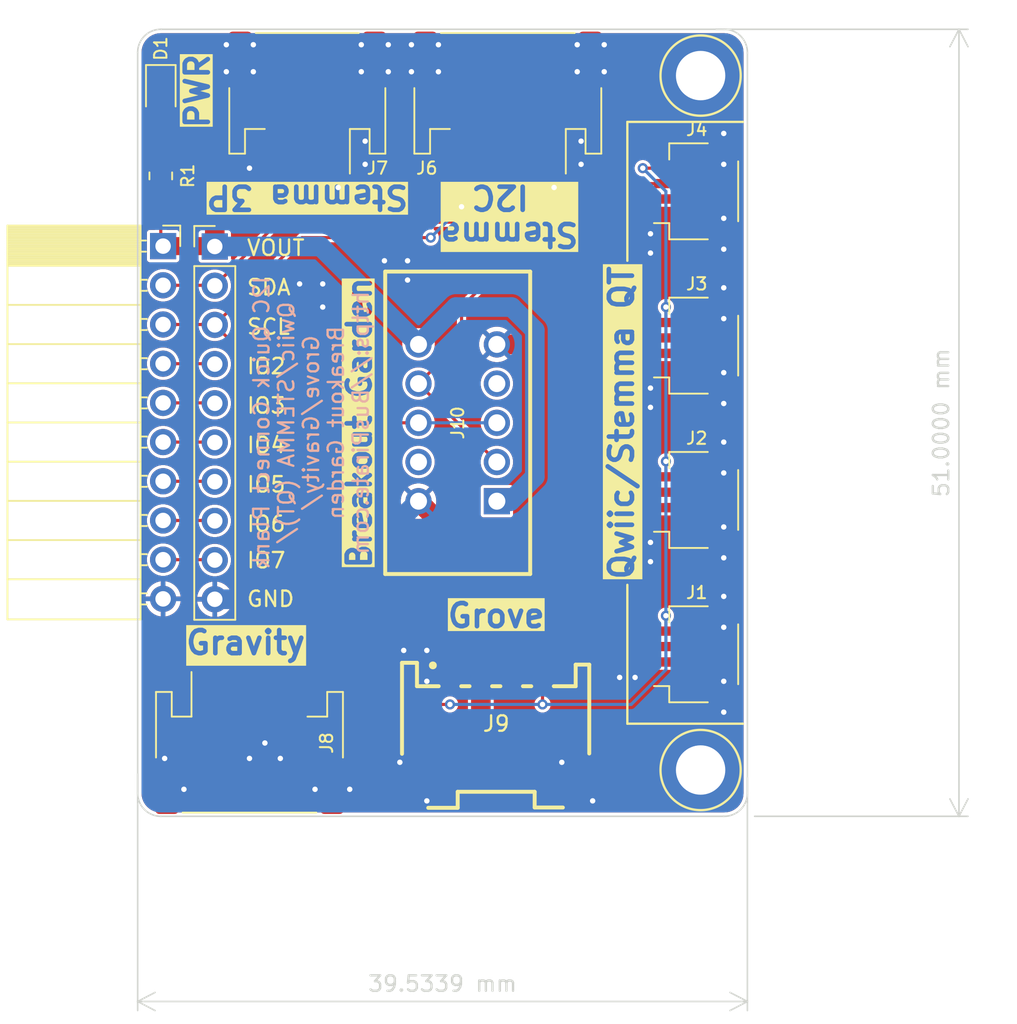
<source format=kicad_pcb>
(kicad_pcb (version 20241229) (generator "pcbnew") (generator_version "9.0")
  (layers (0 "F.Cu" signal) (2 "B.Cu" signal) (13 "F.Paste" user) (15 "B.Paste" user) (5 "F.SilkS" user "F.Silkscreen") (7 "B.SilkS" user "B.Silkscreen") (1 "F.Mask" user) (3 "B.Mask" user) (25 "Edge.Cuts" user))
  (net 0 "")
  (net 1 "IO4")
  (net 2 "IO2")
  (net 3 "IO5")
  (net 4 "SDA")
  (net 5 "SCL")
  (net 6 "IO7")
  (net 7 "IO3")
  (net 8 "IO6")
  (net 9 "GND")
  (net 10 "VOUT")
  (net 11 "Net-(D1-A)")
  (footprint "footprints:CONN-SMD_HY2.0-4P" (layer "F.Cu") (at 123 117)
    (property "Reference" "J9" (at 0 0 0) (layer "F.SilkS"))
    (property "Value" "CS-1125R-04A1.7mm" (hide yes))
    (fp_line (start -6.11 -3.949) (end -5.14 -3.949) (stroke (width 0.254)) (layer "F.SilkS"))
    (fp_line (start -6.11 1.95) (end -6.11 -3.95) (stroke (width 0.254)) (layer "F.SilkS"))
    (fp_line (start -5.14 -3.949) (end -5.14 -2.43) (stroke (width 0.254)) (layer "F.SilkS"))
    (fp_line (start -5.14 -2.43) (end -3.731 -2.43) (stroke (width 0.254)) (layer "F.SilkS"))
    (fp_line (start -4.41 5.45) (end -2.5 5.45) (stroke (width 0.254)) (layer "F.SilkS"))
    (fp_line (start -2.5 4.41) (end 2.49 4.41) (stroke (width 0.254)) (layer "F.SilkS"))
    (fp_line (start -2.5 5.45) (end -2.5 4.41) (stroke (width 0.254)) (layer "F.SilkS"))
    (fp_line (start -2.269 -2.43) (end -1.731 -2.43) (stroke (width 0.254)) (layer "F.SilkS"))
    (fp_line (start -0.269 -2.43) (end 0.269 -2.43) (stroke (width 0.254)) (layer "F.SilkS"))
    (fp_line (start 1.731 -2.43) (end 2.269 -2.43) (stroke (width 0.254)) (layer "F.SilkS"))
    (fp_line (start 2.49 4.41) (end 2.49 5.43) (stroke (width 0.254)) (layer "F.SilkS"))
    (fp_line (start 2.49 5.43) (end 4.319 5.43) (stroke (width 0.254)) (layer "F.SilkS"))
    (fp_line (start 3.731 -2.43) (end 5.15 -2.43) (stroke (width 0.254)) (layer "F.SilkS"))
    (fp_line (start 5.15 -3.83) (end 6.03 -3.83) (stroke (width 0.254)) (layer "F.SilkS"))
    (fp_line (start 5.15 -2.43) (end 5.15 -3.83) (stroke (width 0.254)) (layer "F.SilkS"))
    (fp_line (start 6.03 -3.83) (end 6.03 1.93) (stroke (width 0.254)) (layer "F.SilkS"))
    (fp_circle (center -4.11 -3.78) (end -3.983 -3.78) (stroke (width 0.254)) (fill no) (layer "F.SilkS"))
    (pad "1" smd rect (at -3 -3.9 180) (size 1 3.4) (layers "F.Cu" "F.Mask" "F.Paste") (net 9 "GND"))
    (pad "2" smd rect (at -1 -3.9 180) (size 1 3.4) (layers "F.Cu" "F.Mask" "F.Paste") (net 10 "VOUT"))
    (pad "3" smd rect (at 1 -3.9 180) (size 1 3.4) (layers "F.Cu" "F.Mask" "F.Paste") (net 4 "SDA"))
    (pad "4" smd rect (at 3 -3.9 180) (size 1 3.4) (layers "F.Cu" "F.Mask" "F.Paste") (net 5 "SCL"))
    (pad "MP" smd rect (at -5.3 3.9 180) (size 1.5 3.6) (layers "F.Cu" "F.Mask" "F.Paste") (net 9 "GND"))
    (pad "MP" smd rect (at 5.3 3.9 180) (size 1.5 3.6) (layers "F.Cu" "F.Mask" "F.Paste") (net 9 "GND"))
  )
  (footprint "footprints:JST_PH_S4B-PH-SM4-TB_1x04-1MP_P2.00mm_Horizontal" (layer "F.Cu") (at 107 118.25)
    (property "Reference" "J8" (at 5 0 270) (layer "F.SilkS") (effects (font (size 0.8 0.8) (thickness 0.13))))
    (property "Value" "S4B-PH-SM4-TB")
    (fp_line (start -6.06 -3.31) (end -5.04 -3.31) (stroke (width 0.12)) (layer "F.SilkS"))
    (fp_line (start -6.06 0.94) (end -6.06 -3.31) (stroke (width 0.12)) (layer "F.SilkS"))
    (fp_line (start -5.04 -3.31) (end -5.04 -1.71) (stroke (width 0.12)) (layer "F.SilkS"))
    (fp_line (start -5.04 -1.71) (end -3.76 -1.71) (stroke (width 0.12)) (layer "F.SilkS"))
    (fp_line (start -4.34 4.51) (end 4.34 4.51) (stroke (width 0.12)) (layer "F.SilkS"))
    (fp_line (start -3.76 -1.71) (end -3.76 -4.6) (stroke (width 0.12)) (layer "F.SilkS"))
    (fp_line (start 5.04 -3.31) (end 5.04 -1.71) (stroke (width 0.12)) (layer "F.SilkS"))
    (fp_line (start 5.04 -1.71) (end 3.76 -1.71) (stroke (width 0.12)) (layer "F.SilkS"))
    (fp_line (start 6.06 -3.31) (end 5.04 -3.31) (stroke (width 0.12)) (layer "F.SilkS"))
    (fp_line (start 6.06 0.94) (end 6.06 -3.31) (stroke (width 0.12)) (layer "F.SilkS"))
    (pad "1" smd roundrect (at -3 -2.85) (size 1 3.5) (layers "F.Cu" "F.Mask" "F.Paste") (net 4 "SDA"))
    (pad "2" smd roundrect (at -1 -2.85) (size 1 3.5) (layers "F.Cu" "F.Mask" "F.Paste") (net 5 "SCL"))
    (pad "3" smd roundrect (at 1 -2.85) (size 1 3.5) (layers "F.Cu" "F.Mask" "F.Paste") (net 9 "GND"))
    (pad "4" smd roundrect (at 3 -2.85) (size 1 3.5) (layers "F.Cu" "F.Mask" "F.Paste") (net 10 "VOUT"))
    (pad "MP" smd roundrect (at -5.35 2.9) (size 1.5 3.4) (layers "F.Cu" "F.Mask" "F.Paste") (roundrect_rratio 0.166667) (net 9 "GND"))
    (pad "MP" smd roundrect (at 5.35 2.9) (size 1.5 3.4) (layers "F.Cu" "F.Mask" "F.Paste") (roundrect_rratio 0.166667) (net 9 "GND"))
  )
  (footprint "footprints:JST_SH_SM04B-SRSS-TB_1x04-1MP_P1.00mm_Horizontal" (layer "F.Cu") (at 136 102.5 90)
    (property "Reference" "J2" (at 4 0 180) (layer "F.SilkS") (effects (font (size 0.8 0.8) (thickness 0.13))))
    (property "Value" "SM04B-SRSS-TB")
    (fp_line (start 3.11 -1.785) (end 2.06 -1.785) (stroke (width 0.12)) (layer "F.SilkS"))
    (fp_line (start -2.06 -1.785) (end -2.06 -2.775) (stroke (width 0.12)) (layer "F.SilkS"))
    (fp_line (start -3.11 -1.785) (end -2.06 -1.785) (stroke (width 0.12)) (layer "F.SilkS"))
    (fp_line (start 3.11 0.715) (end 3.11 -1.785) (stroke (width 0.12)) (layer "F.SilkS"))
    (fp_line (start -3.11 0.715) (end -3.11 -1.785) (stroke (width 0.12)) (layer "F.SilkS"))
    (fp_line (start -1.94 2.685) (end 1.94 2.685) (stroke (width 0.12)) (layer "F.SilkS"))
    (pad "1" smd roundrect (at -1.5 -2 90) (size 0.6 1.55) (layers "F.Cu" "F.Mask" "F.Paste") (net 9 "GND"))
    (pad "2" smd roundrect (at -0.5 -2 90) (size 0.6 1.55) (layers "F.Cu" "F.Mask" "F.Paste") (net 10 "VOUT"))
    (pad "3" smd roundrect (at 0.5 -2 90) (size 0.6 1.55) (layers "F.Cu" "F.Mask" "F.Paste") (net 4 "SDA"))
    (pad "4" smd roundrect (at 1.5 -2 90) (size 0.6 1.55) (layers "F.Cu" "F.Mask" "F.Paste") (net 5 "SCL"))
    (pad "MP" smd roundrect (at -2.8 1.875 90) (size 1.2 1.8) (layers "F.Cu" "F.Mask" "F.Paste") (roundrect_rratio 0.208333) (net 9 "GND"))
    (pad "MP" smd roundrect (at 2.8 1.875 90) (size 1.2 1.8) (layers "F.Cu" "F.Mask" "F.Paste") (roundrect_rratio 0.208333) (net 9 "GND"))
  )
  (footprint "footprints:JST_SH_SM04B-SRSS-TB_1x04-1MP_P1.00mm_Horizontal" (layer "F.Cu") (at 136 92.5 90)
    (property "Reference" "J3" (at 4 0 180) (layer "F.SilkS") (effects (font (size 0.8 0.8) (thickness 0.13))))
    (property "Value" "SM04B-SRSS-TB")
    (fp_line (start 3.11 -1.785) (end 2.06 -1.785) (stroke (width 0.12)) (layer "F.SilkS"))
    (fp_line (start -2.06 -1.785) (end -2.06 -2.775) (stroke (width 0.12)) (layer "F.SilkS"))
    (fp_line (start -3.11 -1.785) (end -2.06 -1.785) (stroke (width 0.12)) (layer "F.SilkS"))
    (fp_line (start 3.11 0.715) (end 3.11 -1.785) (stroke (width 0.12)) (layer "F.SilkS"))
    (fp_line (start -3.11 0.715) (end -3.11 -1.785) (stroke (width 0.12)) (layer "F.SilkS"))
    (fp_line (start -1.94 2.685) (end 1.94 2.685) (stroke (width 0.12)) (layer "F.SilkS"))
    (pad "1" smd roundrect (at -1.5 -2 90) (size 0.6 1.55) (layers "F.Cu" "F.Mask" "F.Paste") (net 9 "GND"))
    (pad "2" smd roundrect (at -0.5 -2 90) (size 0.6 1.55) (layers "F.Cu" "F.Mask" "F.Paste") (net 10 "VOUT"))
    (pad "3" smd roundrect (at 0.5 -2 90) (size 0.6 1.55) (layers "F.Cu" "F.Mask" "F.Paste") (net 4 "SDA"))
    (pad "4" smd roundrect (at 1.5 -2 90) (size 0.6 1.55) (layers "F.Cu" "F.Mask" "F.Paste") (net 5 "SCL"))
    (pad "MP" smd roundrect (at -2.8 1.875 90) (size 1.2 1.8) (layers "F.Cu" "F.Mask" "F.Paste") (roundrect_rratio 0.208333) (net 9 "GND"))
    (pad "MP" smd roundrect (at 2.8 1.875 90) (size 1.2 1.8) (layers "F.Cu" "F.Mask" "F.Paste") (roundrect_rratio 0.208333) (net 9 "GND"))
  )
  (footprint "Connector_PinHeader_2.54mm:PinHeader_1x10_P2.54mm_Vertical" (layer "F.Cu") (at 104.75 86.075)
    (property "Reference" "J11" (hide yes))
    (property "Value" "Conn_01x10" (hide yes))
    (fp_line (start -1.33 -1.33) (end 0 -1.33) (stroke (width 0.12)) (layer "F.SilkS"))
    (fp_line (start -1.33 0) (end -1.33 -1.33) (stroke (width 0.12)) (layer "F.SilkS"))
    (fp_line (start -1.33 1.27) (end -1.33 24.19) (stroke (width 0.12)) (layer "F.SilkS"))
    (fp_line (start -1.33 1.27) (end 1.33 1.27) (stroke (width 0.12)) (layer "F.SilkS"))
    (fp_line (start -1.33 24.19) (end 1.33 24.19) (stroke (width 0.12)) (layer "F.SilkS"))
    (fp_line (start 1.33 1.27) (end 1.33 24.19) (stroke (width 0.12)) (layer "F.SilkS"))
    (pad "1" thru_hole rect (at 0 0) (size 1.7 1.7) (drill 1) (layers "*.Cu" "*.Mask") (net 10 "VOUT"))
    (pad "2" thru_hole oval (at 0 2.54) (size 1.7 1.7) (drill 1) (layers "*.Cu" "*.Mask") (net 4 "SDA"))
    (pad "3" thru_hole oval (at 0 5.08) (size 1.7 1.7) (drill 1) (layers "*.Cu" "*.Mask") (net 5 "SCL"))
    (pad "4" thru_hole oval (at 0 7.62) (size 1.7 1.7) (drill 1) (layers "*.Cu" "*.Mask") (net 2 "IO2"))
    (pad "5" thru_hole oval (at 0 10.16) (size 1.7 1.7) (drill 1) (layers "*.Cu" "*.Mask") (net 7 "IO3"))
    (pad "6" thru_hole oval (at 0 12.7) (size 1.7 1.7) (drill 1) (layers "*.Cu" "*.Mask") (net 1 "IO4"))
    (pad "7" thru_hole oval (at 0 15.24) (size 1.7 1.7) (drill 1) (layers "*.Cu" "*.Mask") (net 3 "IO5"))
    (pad "8" thru_hole oval (at 0 17.78) (size 1.7 1.7) (drill 1) (layers "*.Cu" "*.Mask") (net 8 "IO6"))
    (pad "9" thru_hole oval (at 0 20.32) (size 1.7 1.7) (drill 1) (layers "*.Cu" "*.Mask") (net 6 "IO7"))
    (pad "10" thru_hole oval (at 0 22.86) (size 1.7 1.7) (drill 1) (layers "*.Cu" "*.Mask") (net 9 "GND"))
  )
  (footprint "Connector_PinSocket_2.54mm:PinSocket_1x10_P2.54mm_Horizontal" (layer "F.Cu") (at 101.4 86.05)
    (property "Reference" "J12" (hide yes))
    (property "Value" "Conn_01x10" (hide yes))
    (fp_line (start -10.09 -1.33) (end -10.09 24.19) (stroke (width 0.12)) (layer "F.SilkS"))
    (fp_line (start -10.09 -1.33) (end -1.46 -1.33) (stroke (width 0.12)) (layer "F.SilkS"))
    (fp_line (start -10.09 -1.21) (end -1.46 -1.21) (stroke (width 0.12)) (layer "F.SilkS"))
    (fp_line (start -10.09 -1.091905) (end -1.46 -1.091905) (stroke (width 0.12)) (layer "F.SilkS"))
    (fp_line (start -10.09 -0.97381) (end -1.46 -0.97381) (stroke (width 0.12)) (layer "F.SilkS"))
    (fp_line (start -10.09 -0.855715) (end -1.46 -0.855715) (stroke (width 0.12)) (layer "F.SilkS"))
    (fp_line (start -10.09 -0.73762) (end -1.46 -0.73762) (stroke (width 0.12)) (layer "F.SilkS"))
    (fp_line (start -10.09 -0.619525) (end -1.46 -0.619525) (stroke (width 0.12)) (layer "F.SilkS"))
    (fp_line (start -10.09 -0.50143) (end -1.46 -0.50143) (stroke (width 0.12)) (layer "F.SilkS"))
    (fp_line (start -10.09 -0.383335) (end -1.46 -0.383335) (stroke (width 0.12)) (layer "F.SilkS"))
    (fp_line (start -10.09 -0.26524) (end -1.46 -0.26524) (stroke (width 0.12)) (layer "F.SilkS"))
    (fp_line (start -10.09 -0.147145) (end -1.46 -0.147145) (stroke (width 0.12)) (layer "F.SilkS"))
    (fp_line (start -10.09 -0.02905) (end -1.46 -0.02905) (stroke (width 0.12)) (layer "F.SilkS"))
    (fp_line (start -10.09 0.089045) (end -1.46 0.089045) (stroke (width 0.12)) (layer "F.SilkS"))
    (fp_line (start -10.09 0.20714) (end -1.46 0.20714) (stroke (width 0.12)) (layer "F.SilkS"))
    (fp_line (start -10.09 0.325235) (end -1.46 0.325235) (stroke (width 0.12)) (layer "F.SilkS"))
    (fp_line (start -10.09 0.44333) (end -1.46 0.44333) (stroke (width 0.12)) (layer "F.SilkS"))
    (fp_line (start -10.09 0.561425) (end -1.46 0.561425) (stroke (width 0.12)) (layer "F.SilkS"))
    (fp_line (start -10.09 0.67952) (end -1.46 0.67952) (stroke (width 0.12)) (layer "F.SilkS"))
    (fp_line (start -10.09 0.797615) (end -1.46 0.797615) (stroke (width 0.12)) (layer "F.SilkS"))
    (fp_line (start -10.09 0.91571) (end -1.46 0.91571) (stroke (width 0.12)) (layer "F.SilkS"))
    (fp_line (start -10.09 1.033805) (end -1.46 1.033805) (stroke (width 0.12)) (layer "F.SilkS"))
    (fp_line (start -10.09 1.1519) (end -1.46 1.1519) (stroke (width 0.12)) (layer "F.SilkS"))
    (fp_line (start -10.09 1.27) (end -1.46 1.27) (stroke (width 0.12)) (layer "F.SilkS"))
    (fp_line (start -10.09 3.81) (end -1.46 3.81) (stroke (width 0.12)) (layer "F.SilkS"))
    (fp_line (start -10.09 6.35) (end -1.46 6.35) (stroke (width 0.12)) (layer "F.SilkS"))
    (fp_line (start -10.09 8.89) (end -1.46 8.89) (stroke (width 0.12)) (layer "F.SilkS"))
    (fp_line (start -10.09 11.43) (end -1.46 11.43) (stroke (width 0.12)) (layer "F.SilkS"))
    (fp_line (start -10.09 13.97) (end -1.46 13.97) (stroke (width 0.12)) (layer "F.SilkS"))
    (fp_line (start -10.09 16.51) (end -1.46 16.51) (stroke (width 0.12)) (layer "F.SilkS"))
    (fp_line (start -10.09 19.05) (end -1.46 19.05) (stroke (width 0.12)) (layer "F.SilkS"))
    (fp_line (start -10.09 21.59) (end -1.46 21.59) (stroke (width 0.12)) (layer "F.SilkS"))
    (fp_line (start -10.09 24.19) (end -1.46 24.19) (stroke (width 0.12)) (layer "F.SilkS"))
    (fp_line (start -1.46 -1.33) (end -1.46 24.19) (stroke (width 0.12)) (layer "F.SilkS"))
    (fp_line (start -1.46 -0.36) (end -1.11 -0.36) (stroke (width 0.12)) (layer "F.SilkS"))
    (fp_line (start -1.46 0.36) (end -1.11 0.36) (stroke (width 0.12)) (layer "F.SilkS"))
    (fp_line (start -1.46 2.18) (end -1.05 2.18) (stroke (width 0.12)) (layer "F.SilkS"))
    (fp_line (start -1.46 2.9) (end -1.05 2.9) (stroke (width 0.12)) (layer "F.SilkS"))
    (fp_line (start -1.46 4.72) (end -1.05 4.72) (stroke (width 0.12)) (layer "F.SilkS"))
    (fp_line (start -1.46 5.44) (end -1.05 5.44) (stroke (width 0.12)) (layer "F.SilkS"))
    (fp_line (start -1.46 7.26) (end -1.05 7.26) (stroke (width 0.12)) (layer "F.SilkS"))
    (fp_line (start -1.46 7.98) (end -1.05 7.98) (stroke (width 0.12)) (layer "F.SilkS"))
    (fp_line (start -1.46 9.8) (end -1.05 9.8) (stroke (width 0.12)) (layer "F.SilkS"))
    (fp_line (start -1.46 10.52) (end -1.05 10.52) (stroke (width 0.12)) (layer "F.SilkS"))
    (fp_line (start -1.46 12.34) (end -1.05 12.34) (stroke (width 0.12)) (layer "F.SilkS"))
    (fp_line (start -1.46 13.06) (end -1.05 13.06) (stroke (width 0.12)) (layer "F.SilkS"))
    (fp_line (start -1.46 14.88) (end -1.05 14.88) (stroke (width 0.12)) (layer "F.SilkS"))
    (fp_line (start -1.46 15.6) (end -1.05 15.6) (stroke (width 0.12)) (layer "F.SilkS"))
    (fp_line (start -1.46 17.42) (end -1.05 17.42) (stroke (width 0.12)) (layer "F.SilkS"))
    (fp_line (start -1.46 18.14) (end -1.05 18.14) (stroke (width 0.12)) (layer "F.SilkS"))
    (fp_line (start -1.46 19.96) (end -1.05 19.96) (stroke (width 0.12)) (layer "F.SilkS"))
    (fp_line (start -1.46 20.68) (end -1.05 20.68) (stroke (width 0.12)) (layer "F.SilkS"))
    (fp_line (start -1.46 22.5) (end -1.05 22.5) (stroke (width 0.12)) (layer "F.SilkS"))
    (fp_line (start -1.46 23.22) (end -1.05 23.22) (stroke (width 0.12)) (layer "F.SilkS"))
    (fp_line (start 0 -1.33) (end 1.11 -1.33) (stroke (width 0.12)) (layer "F.SilkS"))
    (fp_line (start 1.11 -1.33) (end 1.11 0) (stroke (width 0.12)) (layer "F.SilkS"))
    (pad "1" thru_hole rect (at 0 0) (size 1.7 1.7) (drill 1) (layers "*.Cu" "*.Mask") (net 10 "VOUT"))
    (pad "2" thru_hole oval (at 0 2.54) (size 1.7 1.7) (drill 1) (layers "*.Cu" "*.Mask") (net 4 "SDA"))
    (pad "3" thru_hole oval (at 0 5.08) (size 1.7 1.7) (drill 1) (layers "*.Cu" "*.Mask") (net 5 "SCL"))
    (pad "4" thru_hole oval (at 0 7.62) (size 1.7 1.7) (drill 1) (layers "*.Cu" "*.Mask") (net 2 "IO2"))
    (pad "5" thru_hole oval (at 0 10.16) (size 1.7 1.7) (drill 1) (layers "*.Cu" "*.Mask") (net 7 "IO3"))
    (pad "6" thru_hole oval (at 0 12.7) (size 1.7 1.7) (drill 1) (layers "*.Cu" "*.Mask") (net 1 "IO4"))
    (pad "7" thru_hole oval (at 0 15.24) (size 1.7 1.7) (drill 1) (layers "*.Cu" "*.Mask") (net 3 "IO5"))
    (pad "8" thru_hole oval (at 0 17.78) (size 1.7 1.7) (drill 1) (layers "*.Cu" "*.Mask") (net 8 "IO6"))
    (pad "9" thru_hole oval (at 0 20.32) (size 1.7 1.7) (drill 1) (layers "*.Cu" "*.Mask") (net 6 "IO7"))
    (pad "10" thru_hole oval (at 0 22.86) (size 1.7 1.7) (drill 1) (layers "*.Cu" "*.Mask") (net 9 "GND"))
  )
  (footprint "footprints:JST_PH_S3B-PH-SM4-TB_1x03-1MP_P2.00mm_Horizontal" (layer "F.Cu") (at 110.75 76.75 180)
    (property "Reference" "J7" (at -4.55 -4.25 180) (layer "F.SilkS") (effects (font (size 0.8 0.8) (thickness 0.13))))
    (property "Value" "S3B-PH-SM4-TB" (hide yes))
    (fp_line (start 5.06 0.94) (end 5.06 -3.31) (stroke (width 0.12)) (layer "F.SilkS"))
    (fp_line (start 5.06 -3.31) (end 4.04 -3.31) (stroke (width 0.12)) (layer "F.SilkS"))
    (fp_line (start 4.04 -1.71) (end 2.76 -1.71) (stroke (width 0.12)) (layer "F.SilkS"))
    (fp_line (start 4.04 -3.31) (end 4.04 -1.71) (stroke (width 0.12)) (layer "F.SilkS"))
    (fp_line (start -2.76 -1.71) (end -2.76 -4.6) (stroke (width 0.12)) (layer "F.SilkS"))
    (fp_line (start -3.34 4.51) (end 3.34 4.51) (stroke (width 0.12)) (layer "F.SilkS"))
    (fp_line (start -4.04 -1.71) (end -2.76 -1.71) (stroke (width 0.12)) (layer "F.SilkS"))
    (fp_line (start -4.04 -3.31) (end -4.04 -1.71) (stroke (width 0.12)) (layer "F.SilkS"))
    (fp_line (start -5.06 0.94) (end -5.06 -3.31) (stroke (width 0.12)) (layer "F.SilkS"))
    (fp_line (start -5.06 -3.31) (end -4.04 -3.31) (stroke (width 0.12)) (layer "F.SilkS"))
    (pad "1" smd roundrect (at -2 -2.85 180) (size 1 3.5) (layers "F.Cu" "F.Mask" "F.Paste") (net 9 "GND"))
    (pad "2" smd roundrect (at 0 -2.85 180) (size 1 3.5) (layers "F.Cu" "F.Mask" "F.Paste") (net 10 "VOUT"))
    (pad "3" smd roundrect (at 2 -2.85 180) (size 1 3.5) (layers "F.Cu" "F.Mask" "F.Paste") (net 4 "SDA"))
    (pad "MP" smd roundrect (at -4.35 2.9 180) (size 1.5 3.4) (layers "F.Cu" "F.Mask" "F.Paste") (roundrect_rratio 0.166667) (net 9 "GND"))
    (pad "MP" smd roundrect (at 4.35 2.9 180) (size 1.5 3.4) (layers "F.Cu" "F.Mask" "F.Paste") (roundrect_rratio 0.166667) (net 9 "GND"))
  )
  (footprint "footprints:JST_PH_S4B-PH-SM4-TB_1x04-1MP_P2.00mm_Horizontal" (layer "F.Cu") (at 123.75 76.75 180)
    (property "Reference" "J6" (at 5.25 -4.25 0) (layer "F.SilkS") (effects (font (size 0.8 0.8) (thickness 0.13))))
    (property "Value" "S4B-PH-SM4-TB")
    (fp_line (start 6.06 0.94) (end 6.06 -3.31) (stroke (width 0.12)) (layer "F.SilkS"))
    (fp_line (start 6.06 -3.31) (end 5.04 -3.31) (stroke (width 0.12)) (layer "F.SilkS"))
    (fp_line (start 5.04 -1.71) (end 3.76 -1.71) (stroke (width 0.12)) (layer "F.SilkS"))
    (fp_line (start 5.04 -3.31) (end 5.04 -1.71) (stroke (width 0.12)) (layer "F.SilkS"))
    (fp_line (start -3.76 -1.71) (end -3.76 -4.6) (stroke (width 0.12)) (layer "F.SilkS"))
    (fp_line (start -4.34 4.51) (end 4.34 4.51) (stroke (width 0.12)) (layer "F.SilkS"))
    (fp_line (start -5.04 -1.71) (end -3.76 -1.71) (stroke (width 0.12)) (layer "F.SilkS"))
    (fp_line (start -5.04 -3.31) (end -5.04 -1.71) (stroke (width 0.12)) (layer "F.SilkS"))
    (fp_line (start -6.06 0.94) (end -6.06 -3.31) (stroke (width 0.12)) (layer "F.SilkS"))
    (fp_line (start -6.06 -3.31) (end -5.04 -3.31) (stroke (width 0.12)) (layer "F.SilkS"))
    (pad "1" smd roundrect (at -3 -2.85 180) (size 1 3.5) (layers "F.Cu" "F.Mask" "F.Paste") (net 9 "GND"))
    (pad "2" smd roundrect (at -1 -2.85 180) (size 1 3.5) (layers "F.Cu" "F.Mask" "F.Paste") (net 10 "VOUT"))
    (pad "3" smd roundrect (at 1 -2.85 180) (size 1 3.5) (layers "F.Cu" "F.Mask" "F.Paste") (net 4 "SDA"))
    (pad "4" smd roundrect (at 3 -2.85 180) (size 1 3.5) (layers "F.Cu" "F.Mask" "F.Paste") (net 5 "SCL"))
    (pad "MP" smd roundrect (at -5.35 2.9 180) (size 1.5 3.4) (layers "F.Cu" "F.Mask" "F.Paste") (roundrect_rratio 0.166667) (net 9 "GND"))
    (pad "MP" smd roundrect (at 5.35 2.9 180) (size 1.5 3.4) (layers "F.Cu" "F.Mask" "F.Paste") (roundrect_rratio 0.166667) (net 9 "GND"))
  )
  (footprint "footprints:JST_SH_SM04B-SRSS-TB_1x04-1MP_P1.00mm_Horizontal" (layer "F.Cu") (at 136 82.5 90)
    (property "Reference" "J4" (at 4 0 180) (layer "F.SilkS") (effects (font (size 0.8 0.8) (thickness 0.13))))
    (property "Value" "SM04B-SRSS-TB")
    (fp_line (start 3.11 -1.785) (end 2.06 -1.785) (stroke (width 0.12)) (layer "F.SilkS"))
    (fp_line (start -2.06 -1.785) (end -2.06 -2.775) (stroke (width 0.12)) (layer "F.SilkS"))
    (fp_line (start -3.11 -1.785) (end -2.06 -1.785) (stroke (width 0.12)) (layer "F.SilkS"))
    (fp_line (start 3.11 0.715) (end 3.11 -1.785) (stroke (width 0.12)) (layer "F.SilkS"))
    (fp_line (start -3.11 0.715) (end -3.11 -1.785) (stroke (width 0.12)) (layer "F.SilkS"))
    (fp_line (start -1.94 2.685) (end 1.94 2.685) (stroke (width 0.12)) (layer "F.SilkS"))
    (pad "1" smd roundrect (at -1.5 -2 90) (size 0.6 1.55) (layers "F.Cu" "F.Mask" "F.Paste") (net 9 "GND"))
    (pad "2" smd roundrect (at -0.5 -2 90) (size 0.6 1.55) (layers "F.Cu" "F.Mask" "F.Paste") (net 10 "VOUT"))
    (pad "3" smd roundrect (at 0.5 -2 90) (size 0.6 1.55) (layers "F.Cu" "F.Mask" "F.Paste") (net 4 "SDA"))
    (pad "4" smd roundrect (at 1.5 -2 90) (size 0.6 1.55) (layers "F.Cu" "F.Mask" "F.Paste") (net 5 "SCL"))
    (pad "MP" smd roundrect (at -2.8 1.875 90) (size 1.2 1.8) (layers "F.Cu" "F.Mask" "F.Paste") (roundrect_rratio 0.208333) (net 9 "GND"))
    (pad "MP" smd roundrect (at 2.8 1.875 90) (size 1.2 1.8) (layers "F.Cu" "F.Mask" "F.Paste") (roundrect_rratio 0.208333) (net 9 "GND"))
  )
  (footprint "footprints:JST_SH_SM04B-SRSS-TB_1x04-1MP_P1.00mm_Horizontal" (layer "F.Cu") (at 136 112.5 90)
    (property "Reference" "J1" (at 4 0 180) (layer "F.SilkS") (effects (font (size 0.8 0.8) (thickness 0.13))))
    (property "Value" "SM04B-SRSS-TB")
    (fp_line (start 3.11 -1.785) (end 2.06 -1.785) (stroke (width 0.12)) (layer "F.SilkS"))
    (fp_line (start -2.06 -1.785) (end -2.06 -2.775) (stroke (width 0.12)) (layer "F.SilkS"))
    (fp_line (start -3.11 -1.785) (end -2.06 -1.785) (stroke (width 0.12)) (layer "F.SilkS"))
    (fp_line (start 3.11 0.715) (end 3.11 -1.785) (stroke (width 0.12)) (layer "F.SilkS"))
    (fp_line (start -3.11 0.715) (end -3.11 -1.785) (stroke (width 0.12)) (layer "F.SilkS"))
    (fp_line (start -1.94 2.685) (end 1.94 2.685) (stroke (width 0.12)) (layer "F.SilkS"))
    (pad "1" smd roundrect (at -1.5 -2 90) (size 0.6 1.55) (layers "F.Cu" "F.Mask" "F.Paste") (net 9 "GND"))
    (pad "2" smd roundrect (at -0.5 -2 90) (size 0.6 1.55) (layers "F.Cu" "F.Mask" "F.Paste") (net 10 "VOUT"))
    (pad "3" smd roundrect (at 0.5 -2 90) (size 0.6 1.55) (layers "F.Cu" "F.Mask" "F.Paste") (net 4 "SDA"))
    (pad "4" smd roundrect (at 1.5 -2 90) (size 0.6 1.55) (layers "F.Cu" "F.Mask" "F.Paste") (net 5 "SCL"))
    (pad "MP" smd roundrect (at -2.8 1.875 90) (size 1.2 1.8) (layers "F.Cu" "F.Mask" "F.Paste") (roundrect_rratio 0.208333) (net 9 "GND"))
    (pad "MP" smd roundrect (at 2.8 1.875 90) (size 1.2 1.8) (layers "F.Cu" "F.Mask" "F.Paste") (roundrect_rratio 0.208333) (net 9 "GND"))
  )
  (footprint "Resistor_SMD:R_0805_2012Metric" (layer "F.Cu") (at 101.25 81.5 90)
    (property "Reference" "R1" (at 0 1.75 90) (layer "F.SilkS") (effects (font (size 0.8 0.8) (thickness 0.13))))
    (property "Value" "2K" (hide yes))
    (fp_line (start -0.227064 -0.735) (end 0.227064 -0.735) (stroke (width 0.12)) (layer "F.SilkS"))
    (fp_line (start -0.227064 0.735) (end 0.227064 0.735) (stroke (width 0.12)) (layer "F.SilkS"))
    (pad "1" smd roundrect (at -0.9125 0 90) (size 1.025 1.4) (layers "F.Cu" "F.Mask" "F.Paste") (roundrect_rratio 0.243902439) (net 10 "VOUT"))
    (pad "2" smd roundrect (at 0.9125 0 90) (size 1.025 1.4) (layers "F.Cu" "F.Mask" "F.Paste") (roundrect_rratio 0.243902439) (net 11 "Net-(D1-A)"))
  )
  (footprint "LED_SMD:LED_0805_2012Metric" (layer "F.Cu") (at 101.25 76 -90)
    (property "Reference" "D1" (at -2.75 0 90) (layer "F.SilkS") (effects (font (size 0.8 0.8) (thickness 0.13))))
    (property "Value" "LED" (hide yes))
    (fp_line (start -1.685 0.96) (end 1 0.96) (stroke (width 0.12)) (layer "F.SilkS"))
    (fp_line (start -1.685 -0.96) (end -1.685 0.96) (stroke (width 0.12)) (layer "F.SilkS"))
    (fp_line (start 1 -0.96) (end -1.685 -0.96) (stroke (width 0.12)) (layer "F.SilkS"))
    (pad "1" smd roundrect (at -0.9375 0 270) (size 0.975 1.4) (layers "F.Cu" "F.Mask" "F.Paste") (net 9 "GND"))
    (pad "2" smd roundrect (at 0.9375 0 270) (size 0.975 1.4) (layers "F.Cu" "F.Mask" "F.Paste") (net 11 "Net-(D1-A)"))
  )
  (footprint "footprints:CONN-TH_SA10BL01D" (layer "F.Cu") (at 120.5 97.5 90)
    (property "Reference" "J10" (at 0 0 90) (layer "F.SilkS") (effects (font (size 0.8 0.8) (thickness 0.13))))
    (property "Value" "S-2.54-10M" (hide yes))
    (fp_line (start 9.8 -4.7) (end 9.8 4.7) (stroke (width 0.254)) (layer "F.SilkS"))
    (fp_line (start -9.8 -4.7) (end 9.8 -4.7) (stroke (width 0.254)) (layer "F.SilkS"))
    (fp_line (start -9.8 -4.7) (end -9.8 4.7) (stroke (width 0.254)) (layer "F.SilkS"))
    (fp_line (start -9.8 4.7) (end 9.8 4.7) (stroke (width 0.254)) (layer "F.SilkS"))
    (pad "1" thru_hole rect (at -5.08 2.54 90) (size 1.7 1.7) (drill 1.1) (layers "*.Cu" "*.Paste" "*.Mask") (net 10 "VOUT"))
    (pad "2" thru_hole circle (at -5.08 -2.54 90) (size 1.7 1.7) (drill 1.1) (layers "*.Cu" "*.Paste" "*.Mask") (net 9 "GND"))
    (pad "3" thru_hole circle (at -2.54 2.54 90) (size 1.7 1.7) (drill 1.1) (layers "*.Cu" "*.Paste" "*.Mask") (net 4 "SDA"))
    (pad "4" thru_hole circle (at -2.54 -2.54 90) (size 1.7 1.7) (drill 1.1) (layers "*.Cu" "*.Paste" "*.Mask"))
    (pad "5" thru_hole circle (at 0 2.54 90) (size 1.7 1.7) (drill 1.1) (layers "*.Cu" "*.Paste" "*.Mask") (net 5 "SCL"))
    (pad "6" thru_hole circle (at 0 -2.54 90) (size 1.7 1.7) (drill 1.1) (layers "*.Cu" "*.Paste" "*.Mask") (net 5 "SCL"))
    (pad "7" thru_hole circle (at 2.54 2.54 90) (size 1.7 1.7) (drill 1.1) (layers "*.Cu" "*.Paste" "*.Mask"))
    (pad "8" thru_hole circle (at 2.54 -2.54 90) (size 1.7 1.7) (drill 1.1) (layers "*.Cu" "*.Paste" "*.Mask") (net 4 "SDA"))
    (pad "9" thru_hole circle (at 5.08 2.54 90) (size 1.7 1.7) (drill 1.1) (layers "*.Cu" "*.Paste" "*.Mask") (net 9 "GND"))
    (pad "10" thru_hole circle (at 5.08 -2.54 90) (size 1.7 1.7) (drill 1.1) (layers "*.Cu" "*.Paste" "*.Mask") (net 10 "VOUT"))
  )
  (gr_circle (center 136.25 75) (end 138.85 75) (stroke (width 0.15)) (fill no) (layer "F.SilkS"))
  (gr_line (start 131.5 108) (end 131.5 117) (stroke (width 0.15)) (layer "F.SilkS"))
  (gr_line (start 131.5 78) (end 139 78) (stroke (width 0.15)) (layer "F.SilkS"))
  (gr_line (start 131.5 87) (end 131.5 78) (stroke (width 0.15)) (layer "F.SilkS"))
  (gr_circle (center 136.25 120) (end 138.85 120) (stroke (width 0.15)) (fill no) (layer "F.SilkS"))
  (gr_line (start 131.5 117) (end 139 117) (stroke (width 0.15)) (layer "F.SilkS"))
  (gr_line (start 139.28391 121.500383) (end 139.28391 73.534293) (stroke (width 0.1)) (layer "Edge.Cuts"))
  (gr_arc (start 101.249947 122.999945) (mid 100.189321 122.560586) (end 99.75 121.499945) (stroke (width 0.1)) (layer "Edge.Cuts"))
  (gr_arc (start 137.78391 72.000383) (mid 138.856494 72.451779) (end 139.283527 73.534293) (stroke (width 0.1)) (layer "Edge.Cuts"))
  (gr_line (start 101.28391 72.000383) (end 137.78391 72.000383) (stroke (width 0.1)) (layer "Edge.Cuts"))
  (gr_line (start 99.75 121.499945) (end 99.75 73.5) (stroke (width 0.1)) (layer "Edge.Cuts"))
  (gr_arc (start 139.28391 121.500383) (mid 138.832512 122.572964) (end 137.75 123) (stroke (width 0.1)) (layer "Edge.Cuts"))
  (gr_line (start 101.249947 122.999945) (end 137.75 122.999945) (stroke (width 0.1)) (layer "Edge.Cuts"))
  (gr_arc (start 99.75 73.5) (mid 100.201397 72.427418) (end 101.28391 72.000383) (stroke (width 0.1)) (layer "Edge.Cuts"))
  (gr_text "Qwiic/Stemma QT" (at 132 97.5 90) (layer "F.SilkS" knockout) (effects (font (size 1.5 1.5) (thickness 0.3) (bold yes)) (justify bottom)))
  (gr_text "IO7" (at 106.75 107 0) (layer "F.SilkS") (effects (font (size 1 1)) (justify left bottom)))
  (gr_text "Breakout Garden" (at 115 97.5 90) (layer "F.SilkS" knockout) (effects (font (size 1.5 1.5) (thickness 0.3) (bold yes)) (justify bottom)))
  (gr_text "IO2" (at 106.75 94.416665 0) (layer "F.SilkS") (effects (font (size 1 1)) (justify left bottom)))
  (gr_text "SCL" (at 106.75 91.86111 0) (layer "F.SilkS") (effects (font (size 1 1)) (justify left bottom)))
  (gr_text "Stemma \nI2C" (at 123.25 82 180) (layer "F.SilkS" knockout) (effects (font (size 1.5 1.5) (thickness 0.3) (bold yes)) (justify bottom)))
  (gr_text "GND" (at 106.75 109.5 0) (layer "F.SilkS") (effects (font (size 1 1)) (justify left bottom)))
  (gr_text "IO6" (at 106.75 104.638885 0) (layer "F.SilkS") (effects (font (size 1 1)) (justify left bottom)))
  (gr_text "VOUT" (at 106.75 86.75 0) (layer "F.SilkS") (effects (font (size 1 1)) (justify left bottom)))
  (gr_text "Grove" (at 123 110 0) (layer "F.SilkS" knockout) (effects (font (size 1.5 1.5) (thickness 0.3) (bold yes))))
  (gr_text "SDA" (at 106.75 89.305555 0) (layer "F.SilkS") (effects (font (size 1 1)) (justify left bottom)))
  (gr_text "Gravity" (at 106.75 111.75 0) (layer "F.SilkS" knockout) (effects (font (size 1.5 1.5) (thickness 0.3) (bold yes))))
  (gr_text "IO4" (at 106.75 99.527775 0) (layer "F.SilkS") (effects (font (size 1 1)) (justify left bottom)))
  (gr_text "IO5" (at 106.75 102.08333 0) (layer "F.SilkS") (effects (font (size 1 1)) (justify left bottom)))
  (gr_text "IO3" (at 106.75 96.97222 0) (layer "F.SilkS") (effects (font (size 1 1)) (justify left bottom)))
  (gr_text "PWR" (at 104.5 76 90) (layer "F.SilkS" knockout) (effects (font (size 1.5 1.5) (thickness 0.3) (bold yes)) (justify bottom)))
  (gr_text "Stemma 3P" (at 110.75 82 180) (layer "F.SilkS" knockout) (effects (font (size 1.5 1.5) (thickness 0.3) (bold yes)) (justify bottom)))
  (gr_text "I2C Quick Connect Plank\nQwiic/STEMMA (QT)/\nGrove/Gravity/\nBreakout Garden\nhttps://BusPirate.com" (at 111 97.5 90) (layer "B.SilkS") (effects (font (size 1 1)) (justify mirror)))
  (dimension (type orthogonal) (layer "Edge.Cuts") (pts (xy 136.75 72) (xy 139.25 123)) (height 16.25) (orientation 1) (format (prefix "") (suffix "") (units 3) (units_format 1) (precision 4)) (style (thickness 0.1) (arrow_length 1.27) (text_position_mode 0) (arrow_direction outward) (extension_height 0.58642) (extension_offset 0.5) (keep_text_aligned yes)) (gr_text "51.0000 mm" (at 151.85 97.5 90) (layer "Edge.Cuts") (effects (font (size 1 1) (thickness 0.15)))))
  (dimension (type orthogonal) (layer "Edge.Cuts") (pts (xy 99.75 119.75) (xy 139.28391 120)) (height 15.25) (orientation 0) (format (prefix "") (suffix "") (units 3) (units_format 1) (precision 4)) (style (thickness 0.1) (arrow_length 1.27) (text_position_mode 0) (arrow_direction outward) (extension_height 0.58642) (extension_offset 0.5) (keep_text_aligned yes)) (gr_text "39.5339 mm" (at 119.516955 133.85 0) (layer "Edge.Cuts") (effects (font (size 1 1) (thickness 0.15)))))
  (segment (start 104.725 98.75) (end 104.75 98.775) (width 0.2032) (layer "F.Cu") (net 1))
  (segment (start 101.4 98.75) (end 104.725 98.75) (width 0.2032) (layer "F.Cu") (net 1))
  (segment (start 104.725 93.67) (end 104.75 93.695) (width 0.2032) (layer "F.Cu") (net 2))
  (segment (start 101.4 93.67) (end 104.725 93.67) (width 0.2032) (layer "F.Cu") (net 2))
  (segment (start 101.4 101.29) (end 104.725 101.29) (width 0.2032) (layer "F.Cu") (net 3))
  (segment (start 104.725 101.29) (end 104.75 101.315) (width 0.2032) (layer "F.Cu") (net 3))
  (segment (start 131.5 112) (end 129.75 110.25) (width 0.2032) (layer "F.Cu") (net 4))
  (segment (start 108.75 84.615) (end 108.75 84.5) (width 0.2032) (layer "F.Cu") (net 4))
  (segment (start 122.75 84.5) (end 122.75 79.6) (width 0.2032) (layer "F.Cu") (net 4))
  (segment (start 129.75 92) (end 129.75 84.5) (width 0.2032) (layer "F.Cu") (net 4))
  (segment (start 104.725 88.59) (end 104.75 88.615) (width 0.2032) (layer "F.Cu") (net 4))
  (segment (start 108.125 110.25) (end 124 110.25) (width 0.2032) (layer "F.Cu") (net 4))
  (segment (start 108.75 84.5) (end 108.75 79.6) (width 0.2032) (layer "F.Cu") (net 4))
  (segment (start 124 110.25) (end 124 113.1) (width 0.2032) (layer "F.Cu") (net 4))
  (segment (start 122.75 84.5) (end 129.75 84.5) (width 0.2032) (layer "F.Cu") (net 4))
  (segment (start 124 110.25) (end 129.75 110.25) (width 0.2032) (layer "F.Cu") (net 4))
  (segment (start 104 115.4) (end 104 113.25) (width 0.2032) (layer "F.Cu") (net 4))
  (segment (start 129.75 84.5) (end 132.25 82) (width 0.2032) (layer "F.Cu") (net 4))
  (segment (start 101.4 88.59) (end 104.725 88.59) (width 0.2032) (layer "F.Cu") (net 4))
  (segment (start 120.75 90) (end 120.75 92.17) (width 0.2032) (layer "F.Cu") (net 4))
  (segment (start 129.75 102) (end 129.75 92) (width 0.2032) (layer "F.Cu") (net 4))
  (segment (start 132.25 82) (end 134 82) (width 0.2032) (layer "F.Cu") (net 4))
  (segment (start 117.96 94.96) (end 123.04 100.04) (width 0.2032) (layer "F.Cu") (net 4))
  (segment (start 104 113.25) (end 105.25 112) (width 0.2032) (layer "F.Cu") (net 4))
  (segment (start 134 112) (end 131.5 112) (width 0.2032) (layer "F.Cu") (net 4))
  (segment (start 122.75 84.5) (end 122.75 88) (width 0.2032) (layer "F.Cu") (net 4))
  (segment (start 129.75 102) (end 129.75 110.25) (width 0.2032) (layer "F.Cu") (net 4))
  (segment (start 106.375 112) (end 108.125 110.25) (width 0.2032) (layer "F.Cu") (net 4))
  (segment (start 108.75 84.5) (end 122.75 84.5) (width 0.2032) (layer "F.Cu") (net 4))
  (segment (start 122.75 88) (end 120.75 90) (width 0.2032) (layer "F.Cu") (net 4))
  (segment (start 134 92) (end 129.75 92) (width 0.2032) (layer "F.Cu") (net 4))
  (segment (start 134 102) (end 129.75 102) (width 0.2032) (layer "F.Cu") (net 4))
  (segment (start 104.75 88.615) (end 108.75 84.615) (width 0.2032) (layer "F.Cu") (net 4))
  (segment (start 120.75 92.17) (end 117.96 94.96) (width 0.2032) (layer "F.Cu") (net 4))
  (segment (start 105.25 112) (end 106.375 112) (width 0.2032) (layer "F.Cu") (net 4))
  (segment (start 118.75 85.5) (end 110.405 85.5) (width 0.2032) (layer "F.Cu") (net 5))
  (segment (start 106 115.4) (end 106 116.5) (width 0.2032) (layer "F.Cu") (net 5))
  (segment (start 101.4 91.13) (end 104.725 91.13) (width 0.2032) (layer "F.Cu") (net 5))
  (segment (start 107.25 93.655) (end 104.75 91.155) (width 0.2032) (layer "F.Cu") (net 5))
  (segment (start 134 101) (end 134 100) (width 0.2032) (layer "F.Cu") (net 5))
  (segment (start 104.75 117.75) (end 103.25 117.75) (width 0.2032) (layer "F.Cu") (net 5))
  (segment (start 117.96 97.5) (end 107.25 97.5) (width 0.2032) (layer "F.Cu") (net 5))
  (segment (start 104.725 91.13) (end 104.75 91.155) (width 0.2032) (layer "F.Cu") (net 5))
  (segment (start 107.25 95) (end 107.25 93.655) (width 0.2032) (layer "F.Cu") (net 5))
  (segment (start 111.25 112.75) (end 114.25 115.75) (width 0.2032) (layer "F.Cu") (net 5))
  (segment (start 107.25 109.5) (end 107.25 97.5) (width 0.2032) (layer "F.Cu") (net 5))
  (segment (start 104.75 111) (end 105.75 111) (width 0.2032) (layer "F.Cu") (net 5))
  (segment (start 134 81) (end 132.5 81) (width 0.2032) (layer "F.Cu") (net 5))
  (segment (start 106 113.65) (end 106.9 112.75) (width 0.2032) (layer "F.Cu") (net 5))
  (segment (start 105.75 111) (end 107.25 109.5) (width 0.2032) (layer "F.Cu") (net 5))
  (segment (start 126 113.1) (end 126 115.75) (width 0.2032) (layer "F.Cu") (net 5))
  (segment (start 134 111) (end 134 110) (width 0.2032) (layer "F.Cu") (net 5))
  (segment (start 134 91) (end 134 90) (width 0.2032) (layer "F.Cu") (net 5))
  (segment (start 107.25 97.5) (end 107.25 95) (width 0.2032) (layer "F.Cu") (net 5))
  (segment (start 106.9 112.75) (end 111.25 112.75) (width 0.2032) (layer "F.Cu") (net 5))
  (segment (start 110.405 85.5) (end 104.75 91.155) (width 0.2032) (layer "F.Cu") (net 5))
  (segment (start 106 116.5) (end 104.75 117.75) (width 0.2032) (layer "F.Cu") (net 5))
  (segment (start 114.25 115.75) (end 120 115.75) (width 0.2032) (layer "F.Cu") (net 5))
  (segment (start 102.5 117) (end 102.5 113.25) (width 0.2032) (layer "F.Cu") (net 5))
  (segment (start 103.25 117.75) (end 102.5 117) (width 0.2032) (layer "F.Cu") (net 5))
  (segment (start 106 115.4) (end 106 113.65) (width 0.2032) (layer "F.Cu") (net 5))
  (segment (start 102.5 113.25) (end 104.75 111) (width 0.2032) (layer "F.Cu") (net 5))
  (segment (start 120.75 79.6) (end 120.75 83.5) (width 0.2032) (layer "F.Cu") (net 5))
  (via (at 126 115.75) (size 0.6548) (drill 0.35) (layers "F.Cu" "B.Cu") (net 5))
  (via (at 134 100) (size 0.6548) (drill 0.35) (layers "F.Cu" "B.Cu") (net 5))
  (via (at 134 110) (size 0.6548) (drill 0.35) (layers "F.Cu" "B.Cu") (net 5))
  (via (at 120.75 83.5) (size 0.6548) (drill 0.35) (layers "F.Cu" "B.Cu") (net 5))
  (via (at 134 90) (size 0.6548) (drill 0.35) (layers "F.Cu" "B.Cu") (net 5))
  (via (at 132.5 81) (size 0.6548) (drill 0.35) (layers "F.Cu" "B.Cu") (net 5))
  (via (at 120 115.75) (size 0.6548) (drill 0.35) (layers "F.Cu" "B.Cu") (net 5))
  (via (at 118.75 85.5) (size 0.6548) (drill 0.35) (layers "F.Cu" "B.Cu") (net 5))
  (segment (start 126 115.75) (end 120 115.75) (width 0.2032) (layer "B.Cu") (net 5))
  (segment (start 132.5 81) (end 134 82.5) (width 0.2032) (layer "B.Cu") (net 5))
  (segment (start 134 100) (end 134 110) (width 0.2032) (layer "B.Cu") (net 5))
  (segment (start 134 82.5) (end 134 90) (width 0.2032) (layer "B.Cu") (net 5))
  (segment (start 134 90) (end 134 100) (width 0.2032) (layer "B.Cu") (net 5))
  (segment (start 134 113.5) (end 131.75 115.75) (width 0.2032) (layer "B.Cu") (net 5))
  (segment (start 134 110) (end 134 113.5) (width 0.2032) (layer "B.Cu") (net 5))
  (segment (start 120.75 83.5) (end 118.75 85.5) (width 0.2032) (layer "B.Cu") (net 5))
  (segment (start 131.75 115.75) (end 126 115.75) (width 0.2032) (layer "B.Cu") (net 5))
  (segment (start 117.96 97.5) (end 123.04 97.5) (width 0.2032) (layer "B.Cu") (net 5))
  (segment (start 104.725 106.37) (end 104.75 106.395) (width 0.2032) (layer "F.Cu") (net 6))
  (segment (start 101.4 106.37) (end 104.725 106.37) (width 0.2032) (layer "F.Cu") (net 6))
  (segment (start 104.725 96.21) (end 104.75 96.235) (width 0.2032) (layer "F.Cu") (net 7))
  (segment (start 101.4 96.21) (end 104.725 96.21) (width 0.2032) (layer "F.Cu") (net 7))
  (segment (start 104.725 103.83) (end 104.75 103.855) (width 0.2032) (layer "F.Cu") (net 8))
  (segment (start 101.4 103.83) (end 104.725 103.83) (width 0.2032) (layer "F.Cu") (net 8))
  (segment (start 120.13 104.75) (end 117.96 102.58) (width 1.27) (layer "F.Cu") (net 9))
  (segment (start 124.67 92.42) (end 125.5 93.25) (width 1.27) (layer "F.Cu") (net 9))
  (segment (start 125.5 103.75) (end 124.5 104.75) (width 1.27) (layer "F.Cu") (net 9))
  (segment (start 124.5 104.75) (end 120.13 104.75) (width 1.27) (layer "F.Cu") (net 9))
  (segment (start 134 114) (end 132 114) (width 0.2032) (layer "F.Cu") (net 9))
  (segment (start 123.04 92.42) (end 124.67 92.42) (width 1.27) (layer "F.Cu") (net 9))
  (segment (start 125.5 93.25) (end 125.5 103.75) (width 1.27) (layer "F.Cu") (net 9))
  (via (at 137.75 90.75) (size 0.6548) (drill 0.35) (layers "F.Cu" "B.Cu") (net 9))
  (via (at 137.75 96.25) (size 0.6548) (drill 0.35) (layers "F.Cu" "B.Cu") (net 9))
  (via (at 115.75 87) (size 0.6548) (drill 0.35) (layers "F.Cu" "B.Cu") (net 9))
  (via (at 109 119.25) (size 0.6548) (drill 0.35) (layers "F.Cu" "B.Cu") (net 9))
  (via (at 116 74.75) (size 0.6548) (drill 0.35) (layers "F.Cu" "B.Cu") (net 9))
  (via (at 130 73) (size 0.6548) (drill 0.35) (layers "F.Cu" "B.Cu") (net 9))
  (via (at 110.25 88.5) (size 0.6548) (drill 0.35) (layers "F.Cu" "B.Cu") (net 9))
  (via (at 137.75 78.75) (size 0.6548) (drill 0.35) (layers "F.Cu" "B.Cu") (net 9))
  (via (at 117.25 88.25) (size 0.6548) (drill 0.35) (layers "F.Cu" "B.Cu") (net 9))
  (via (at 137.75 110.75) (size 0.6548) (drill 0.35) (layers "F.Cu" "B.Cu") (net 9))
  (via (at 105.5 74.75) (size 0.6548) (drill 0.35) (layers "F.Cu" "B.Cu") (net 9))
  (via (at 102.75 121.25) (size 0.6548) (drill 0.35) (layers "F.Cu" "B.Cu") (net 9))
  (via (at 137.75 116.25) (size 0.6548) (drill 0.35) (layers "F.Cu" "B.Cu") (net 9))
  (via (at 126.75 82.25) (size 0.6548) (drill 0.35) (layers "F.Cu" "B.Cu") (net 9))
  (via (at 133 95.25) (size 0.6548) (drill 0.35) (layers "F.Cu" "B.Cu") (net 9))
  (via (at 119.25 73) (size 0.6548) (drill 0.35) (layers "F.Cu" "B.Cu") (net 9))
  (via (at 128.25 74.75) (size 0.6548) (drill 0.35) (layers "F.Cu" "B.Cu") (net 9))
  (via (at 133 86.5) (size 0.6548) (drill 0.35) (layers "F.Cu" "B.Cu") (net 9))
  (via (at 107.25 74.75) (size 0.6548) (drill 0.35) (layers "F.Cu" "B.Cu") (net 9))
  (via (at 114.25 73) (size 0.6548) (drill 0.35) (layers "F.Cu" "B.Cu") (net 9))
  (via (at 107 119.25) (size 0.6548) (drill 0.35) (layers "F.Cu" "B.Cu") (net 9))
  (via (at 111.25 121.25) (size 0.6548) (drill 0.35) (layers "F.Cu" "B.Cu") (net 9))
  (via (at 137.75 98.75) (size 0.6548) (drill 0.35) (layers "F.Cu" "B.Cu") (net 9))
  (via (at 105.5 73) (size 0.6548) (drill 0.35) (layers "F.Cu" "B.Cu") (net 9))
  (via (at 114.5 80.75) (size 0.6548) (drill 0.35) (layers "F.Cu" "B.Cu") (net 9))
  (via (at 128.5 79.25) (size 0.6548) (drill 0.35) (layers "F.Cu" "B.Cu") (net 9))
  (via (at 136.25 120) (size 3.4) (drill 3.2) (layers "F.Cu" "B.Cu") (net 9))
  (via (at 137.75 104.25) (size 0.6548) (drill 0.35) (layers "F.Cu" "B.Cu") (net 9))
  (via (at 116 73) (size 0.6548) (drill 0.35) (layers "F.Cu" "B.Cu") (net 9))
  (via (at 129.25 122) (size 0.6548) (drill 0.35) (layers "F.Cu" "B.Cu") (net 9))
  (via (at 131 114) (size 0.6548) (drill 0.35) (layers "F.Cu" "B.Cu") (net 9))
  (via (at 111.75 88.5) (size 0.6548) (drill 0.35) (layers "F.Cu" "B.Cu") (net 9))
  (via (at 137.75 108.75) (size 0.6548) (drill 0.35) (layers "F.Cu" "B.Cu") (net 9))
  (via (at 101.5 119.25) (size 0.6548) (drill 0.35) (layers "F.Cu" "B.Cu") (net 9))
  (via (at 137.75 84.25) (size 0.6548) (drill 0.35) (layers "F.Cu" "B.Cu") (net 9))
  (via (at 137.75 80.75) (size 0.6548) (drill 0.35) (layers "F.Cu" "B.Cu") (net 9))
  (via (at 114.25 74.75) (size 0.6548) (drill 0.35) (layers "F.Cu" "B.Cu") (net 9))
  (via (at 136.25 75) (size 3.4) (drill 3.2) (layers "F.Cu" "B.Cu") (net 9))
  (via (at 137.75 86.25) (size 0.6548) (drill 0.35) (layers "F.Cu" "B.Cu") (net 9))
  (via (at 118.5 114.25) (size 0.6548) (drill 0.35) (layers "F.Cu" "B.Cu") (net 9))
  (via (at 133 106.5) (size 0.6548) (drill 0.35) (layers "F.Cu" "B.Cu") (net 9))
  (via (at 127.25 119.5) (size 0.6548) (drill 0.35) (layers "F.Cu" "B.Cu") (net 9))
  (via (at 108 118.25) (size 0.6548) (drill 0.35) (layers "F.Cu" "B.Cu") (net 9))
  (via (at 137.75 94.25) (size 0.6548) (drill 0.35) (layers "F.Cu" "B.Cu") (net 9))
  (via (at 117.5 73) (size 0.6548) (drill 0.35) (layers "F.Cu" "B.Cu") (net 9))
  (via (at 107 81) (size 0.6548) (drill 0.35) (layers "F.Cu" "B.Cu") (net 9))
  (via (at 137.75 100.75) (size 0.6548) (drill 0.35) (layers "F.Cu" "B.Cu") (net 9))
  (via (at 137.75 88.75) (size 0.6548) (drill 0.35) (layers "F.Cu" "B.Cu") (net 9))
  (via (at 130 74.75) (size 0.6548) (drill 0.35) (layers "F.Cu" "B.Cu") (net 9))
  (via (at 111.75 90) (size 0.6548) (drill 0.35) (layers "F.Cu" "B.Cu") (net 9))
  (via (at 114.5 79.25) (size 0.6548) (drill 0.35) (layers "F.Cu" "B.Cu") (net 9))
  (via (at 137.75 114.25) (size 0.6548) (drill 0.35) (layers "F.Cu" "B.Cu") (net 9))
  (via (at 117.25 87) (size 0.6548) (drill 0.35) (layers "F.Cu" "B.Cu") (net 9))
  (via (at 128.25 73) (size 0.6548) (drill 0.35) (layers "F.Cu" "B.Cu") (net 9))
  (via (at 117 112.25) (size 0.6548) (drill 0.35) (layers "F.Cu" "B.Cu") (net 9))
  (via (at 128.5 80.75) (size 0.6548) (drill 0.35) (layers "F.Cu" "B.Cu") (net 9))
  (via (at 118.5 112.25) (size 0.6548) (drill 0.35) (layers "F.Cu" "B.Cu") (net 9))
  (via (at 113.5 121.25) (size 0.6548) (drill 0.35) (layers "F.Cu" "B.Cu") (net 9))
  (via (at 112.75 82.25) (size 0.6548) (drill 0.35) (layers "F.Cu" "B.Cu") (net 9))
  (via (at 116.75 119.5) (size 0.6548) (drill 0.35) (layers "F.Cu" "B.Cu") (net 9))
  (via (at 132 114) (size 0.6548) (drill 0.35) (layers "F.Cu" "B.Cu") (net 9))
  (via (at 133 96.5) (size 0.6548) (drill 0.35) (layers "F.Cu" "B.Cu") (net 9))
  (via (at 117.5 74.75) (size 0.6548) (drill 0.35) (layers "F.Cu" "B.Cu") (net 9))
  (via (at 133 105.25) (size 0.6548) (drill 0.35) (layers "F.Cu" "B.Cu") (net 9))
  (via (at 118.5 122) (size 0.6548) (drill 0.35) (layers "F.Cu" "B.Cu") (net 9))
  (via (at 107.25 73) (size 0.6548) (drill 0.35) (layers "F.Cu" "B.Cu") (net 9))
  (via (at 137.75 106.25) (size 0.6548) (drill 0.35) (layers "F.Cu" "B.Cu") (net 9))
  (via (at 119.25 74.75) (size 0.6548) (drill 0.35) (layers "F.Cu" "B.Cu") (net 9))
  (via (at 133 85.25) (size 0.6548) (drill 0.35) (layers "F.Cu" "B.Cu") (net 9))
  (segment (start 111.605 108.935) (end 104.75 108.935) (width 1.27) (layer "B.Cu") (net 9))
  (segment (start 117.96 102.58) (end 111.605 108.935) (width 1.27) (layer "B.Cu") (net 9))
  (segment (start 124.75 76.75) (end 132.75 76.75) (width 1.27) (layer "F.Cu") (net 10))
  (segment (start 134 93) (end 136 93) (width 0.6096) (layer "F.Cu") (net 10))
  (segment (start 110 115.4) (end 110 117) (width 1.27) (layer "F.Cu") (net 10))
  (segment (start 136 83) (end 136 93) (width 1.27) (layer "F.Cu") (net 10))
  (segment (start 104.725 86.05) (end 104.75 86.075) (width 1.1684) (layer "F.Cu") (net 10))
  (segment (start 136 93) (end 136 103) (width 1.27) (layer "F.Cu") (net 10))
  (segment (start 136 103) (end 136 113) (width 1.27) (layer "F.Cu") (net 10))
  (segment (start 132.75 76.75) (end 136 80) (width 1.27) (layer "F.Cu") (net 10))
  (segment (start 136 115) (end 136 113) (width 1.27) (layer "F.Cu") (net 10))
  (segment (start 133.5 117.5) (end 136 115) (width 1.27) (layer "F.Cu") (net 10))
  (segment (start 101.25 85.9) (end 101.4 86.05) (width 0.2032) (layer "F.Cu") (net 10))
  (segment (start 124.75 79.6) (end 124.75 76.75) (width 1.27) (layer "F.Cu") (net 10))
  (segment (start 110.75 79.6) (end 110.75 76.75) (width 1.27) (layer "F.Cu") (net 10))
  (segment (start 134 83) (end 136 83) (width 0.6096) (layer "F.Cu") (net 10))
  (segment (start 107.25 76.75) (end 110.75 76.75) (width 1.27) (layer "F.Cu") (net 10))
  (segment (start 110.75 76.75) (end 124.75 76.75) (width 1.27) (layer "F.Cu") (net 10))
  (segment (start 122 117.5) (end 133.5 117.5) (width 1.27) (layer "F.Cu") (net 10))
  (segment (start 110.5 117.5) (end 122 117.5) (width 1.27) (layer "F.Cu") (net 10))
  (segment (start 104.75 86.075) (end 104.75 79.25) (width 1.27) (layer "F.Cu") (net 10))
  (segment (start 136 80) (end 136 83) (width 1.27) (layer "F.Cu") (net 10))
  (segment (start 101.25 82.4125) (end 101.25 85.9) (width 0.2032) (layer "F.Cu") (net 10))
  (segment (start 134 113) (end 136 113) (width 0.6096) (layer "F.Cu") (net 10))
  (segment (start 110 117) (end 110.5 117.5) (width 1.27) (layer "F.Cu") (net 10))
  (segment (start 134 103) (end 136 103) (width 0.6096) (layer "F.Cu") (net 10))
  (segment (start 104.75 79.25) (end 107.25 76.75) (width 1.27) (layer "F.Cu") (net 10))
  (segment (start 122 117.5) (end 122 113.1) (width 1.27) (layer "F.Cu") (net 10))
  (segment (start 101.4 86.05) (end 104.725 86.05) (width 1.1684) (layer "F.Cu") (net 10))
  (segment (start 104.75 86.075) (end 111.615 86.075) (width 1.27) (layer "B.Cu") (net 10))
  (segment (start 120.38 90) (end 117.96 92.42) (width 1.27) (layer "B.Cu") (net 10))
  (segment (start 125.5 101) (end 125.5 91.5) (width 1.27) (layer "B.Cu") (net 10))
  (segment (start 111.615 86.075) (end 117.96 92.42) (width 1.27) (layer "B.Cu") (net 10))
  (segment (start 124 90) (end 120.38 90) (width 1.27) (layer "B.Cu") (net 10))
  (segment (start 123.04 102.58) (end 123.92 102.58) (width 1.27) (layer "B.Cu") (net 10))
  (segment (start 123.92 102.58) (end 125.5 101) (width 1.27) (layer "B.Cu") (net 10))
  (segment (start 125.5 91.5) (end 124 90) (width 1.27) (layer "B.Cu") (net 10))
  (segment (start 101.25 76.9375) (end 101.25 80.5875) (width 0.2032) (layer "F.Cu") (net 11))
  (zone (net 9) (net_name "GND") (layers "F.Cu" "B.Cu") (connect_pads thru_hole_only (clearance 0.2)) (min_thickness 0.25) (fill yes (thermal_gap 0.3) (thermal_bridge_width 0.3))
    (polygon (pts (xy 99.75 72) (xy 139.25 72) (xy 139.25 123) (xy 99.75 123)))
  )
)
</source>
